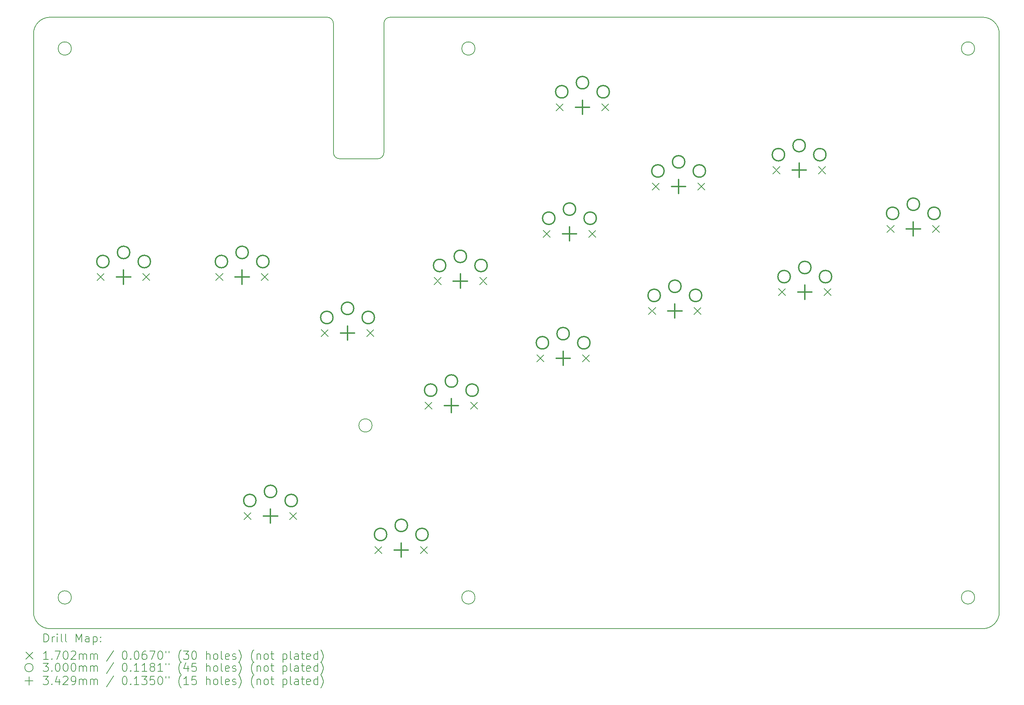
<source format=gbr>
%TF.GenerationSoftware,KiCad,Pcbnew,7.0.9*%
%TF.CreationDate,2023-12-17T00:29:13+09:00*%
%TF.ProjectId,ergoSHIFT-rev1-kicad,6572676f-5348-4494-9654-2d726576312d,rev.1*%
%TF.SameCoordinates,Original*%
%TF.FileFunction,Drillmap*%
%TF.FilePolarity,Positive*%
%FSLAX45Y45*%
G04 Gerber Fmt 4.5, Leading zero omitted, Abs format (unit mm)*
G04 Created by KiCad (PCBNEW 7.0.9) date 2023-12-17 00:29:13*
%MOMM*%
%LPD*%
G01*
G04 APERTURE LIST*
%ADD10C,0.200000*%
%ADD11C,0.170180*%
%ADD12C,0.300000*%
%ADD13C,0.342900*%
G04 APERTURE END LIST*
D10*
X13460000Y-5150000D02*
X13460000Y-8268000D01*
X13610000Y-5000000D02*
G75*
G03*
X13460000Y-5150000I0J-150000D01*
G01*
X15660000Y-19012000D02*
G75*
G03*
X15660000Y-19012000I-160000J0D01*
G01*
X5915000Y-5755000D02*
G75*
G03*
X5915000Y-5755000I-160000J0D01*
G01*
X27917000Y-19767000D02*
G75*
G03*
X28317000Y-19367000I0J400000D01*
G01*
X5000000Y-5400000D02*
X5000000Y-19367000D01*
X12240000Y-5150000D02*
X12240000Y-8268000D01*
X12390000Y-8418000D02*
X13310000Y-8418000D01*
X12240000Y-5150000D02*
G75*
G03*
X12090000Y-5000000I-150000J0D01*
G01*
X5400000Y-5000000D02*
X12090000Y-5000000D01*
X13610000Y-5000000D02*
X27917000Y-5000000D01*
X27722000Y-5755000D02*
G75*
G03*
X27722000Y-5755000I-160000J0D01*
G01*
X27722000Y-19012000D02*
G75*
G03*
X27722000Y-19012000I-160000J0D01*
G01*
X5400000Y-5000000D02*
G75*
G03*
X5000000Y-5400000I0J-400000D01*
G01*
X13310000Y-8418000D02*
G75*
G03*
X13460000Y-8268000I0J150000D01*
G01*
X5915000Y-19012000D02*
G75*
G03*
X5915000Y-19012000I-160000J0D01*
G01*
X5000000Y-19367000D02*
G75*
G03*
X5400000Y-19767000I400000J0D01*
G01*
X12240000Y-8268000D02*
G75*
G03*
X12390000Y-8418000I150000J0D01*
G01*
X13174000Y-14858000D02*
G75*
G03*
X13174000Y-14858000I-160000J0D01*
G01*
X5400000Y-19767000D02*
X27917000Y-19767000D01*
X28317000Y-5400000D02*
X28317000Y-19367000D01*
X15660000Y-5755000D02*
G75*
G03*
X15660000Y-5755000I-160000J0D01*
G01*
X28317000Y-5400000D02*
G75*
G03*
X27917000Y-5000000I-400000J0D01*
G01*
D11*
X6539910Y-11189910D02*
X6710090Y-11360090D01*
X6710090Y-11189910D02*
X6539910Y-11360090D01*
X7639910Y-11189910D02*
X7810090Y-11360090D01*
X7810090Y-11189910D02*
X7639910Y-11360090D01*
X9401910Y-11189910D02*
X9572090Y-11360090D01*
X9572090Y-11189910D02*
X9401910Y-11360090D01*
X10086910Y-16961910D02*
X10257090Y-17132090D01*
X10257090Y-16961910D02*
X10086910Y-17132090D01*
X10501910Y-11189910D02*
X10672090Y-11360090D01*
X10672090Y-11189910D02*
X10501910Y-11360090D01*
X11186910Y-16961910D02*
X11357090Y-17132090D01*
X11357090Y-16961910D02*
X11186910Y-17132090D01*
X11946910Y-12540910D02*
X12117090Y-12711090D01*
X12117090Y-12540910D02*
X11946910Y-12711090D01*
X13046910Y-12540910D02*
X13217090Y-12711090D01*
X13217090Y-12540910D02*
X13046910Y-12711090D01*
X13243910Y-17781910D02*
X13414090Y-17952090D01*
X13414090Y-17781910D02*
X13243910Y-17952090D01*
X14343910Y-17781910D02*
X14514090Y-17952090D01*
X14514090Y-17781910D02*
X14343910Y-17952090D01*
X14453910Y-14295910D02*
X14624090Y-14466090D01*
X14624090Y-14295910D02*
X14453910Y-14466090D01*
X14669910Y-11284910D02*
X14840090Y-11455090D01*
X14840090Y-11284910D02*
X14669910Y-11455090D01*
X15553910Y-14295910D02*
X15724090Y-14466090D01*
X15724090Y-14295910D02*
X15553910Y-14466090D01*
X15769910Y-11284910D02*
X15940090Y-11455090D01*
X15940090Y-11284910D02*
X15769910Y-11455090D01*
X17151910Y-13151910D02*
X17322090Y-13322090D01*
X17322090Y-13151910D02*
X17151910Y-13322090D01*
X17304910Y-10143910D02*
X17475090Y-10314090D01*
X17475090Y-10143910D02*
X17304910Y-10314090D01*
X17618910Y-7089910D02*
X17789090Y-7260090D01*
X17789090Y-7089910D02*
X17618910Y-7260090D01*
X18251910Y-13151910D02*
X18422090Y-13322090D01*
X18422090Y-13151910D02*
X18251910Y-13322090D01*
X18404910Y-10143910D02*
X18575090Y-10314090D01*
X18575090Y-10143910D02*
X18404910Y-10314090D01*
X18718910Y-7089910D02*
X18889090Y-7260090D01*
X18889090Y-7089910D02*
X18718910Y-7260090D01*
X19849910Y-12007910D02*
X20020090Y-12178090D01*
X20020090Y-12007910D02*
X19849910Y-12178090D01*
X19939910Y-9002910D02*
X20110090Y-9173090D01*
X20110090Y-9002910D02*
X19939910Y-9173090D01*
X20949910Y-12007910D02*
X21120090Y-12178090D01*
X21120090Y-12007910D02*
X20949910Y-12178090D01*
X21039910Y-9002910D02*
X21210090Y-9173090D01*
X21210090Y-9002910D02*
X21039910Y-9173090D01*
X22849910Y-8608910D02*
X23020090Y-8779090D01*
X23020090Y-8608910D02*
X22849910Y-8779090D01*
X22986910Y-11553910D02*
X23157090Y-11724090D01*
X23157090Y-11553910D02*
X22986910Y-11724090D01*
X23949910Y-8608910D02*
X24120090Y-8779090D01*
X24120090Y-8608910D02*
X23949910Y-8779090D01*
X24086910Y-11553910D02*
X24257090Y-11724090D01*
X24257090Y-11553910D02*
X24086910Y-11724090D01*
X25606910Y-10025910D02*
X25777090Y-10196090D01*
X25777090Y-10025910D02*
X25606910Y-10196090D01*
X26706910Y-10025910D02*
X26877090Y-10196090D01*
X26877090Y-10025910D02*
X26706910Y-10196090D01*
D12*
X6825000Y-10900000D02*
G75*
G03*
X6825000Y-10900000I-150000J0D01*
G01*
X7325000Y-10680000D02*
G75*
G03*
X7325000Y-10680000I-150000J0D01*
G01*
X7825000Y-10900000D02*
G75*
G03*
X7825000Y-10900000I-150000J0D01*
G01*
X9687000Y-10900000D02*
G75*
G03*
X9687000Y-10900000I-150000J0D01*
G01*
X10187000Y-10680000D02*
G75*
G03*
X10187000Y-10680000I-150000J0D01*
G01*
X10372000Y-16672000D02*
G75*
G03*
X10372000Y-16672000I-150000J0D01*
G01*
X10687000Y-10900000D02*
G75*
G03*
X10687000Y-10900000I-150000J0D01*
G01*
X10872000Y-16452000D02*
G75*
G03*
X10872000Y-16452000I-150000J0D01*
G01*
X11372000Y-16672000D02*
G75*
G03*
X11372000Y-16672000I-150000J0D01*
G01*
X12232000Y-12251000D02*
G75*
G03*
X12232000Y-12251000I-150000J0D01*
G01*
X12732000Y-12031000D02*
G75*
G03*
X12732000Y-12031000I-150000J0D01*
G01*
X13232000Y-12251000D02*
G75*
G03*
X13232000Y-12251000I-150000J0D01*
G01*
X13529000Y-17492000D02*
G75*
G03*
X13529000Y-17492000I-150000J0D01*
G01*
X14029000Y-17272000D02*
G75*
G03*
X14029000Y-17272000I-150000J0D01*
G01*
X14529000Y-17492000D02*
G75*
G03*
X14529000Y-17492000I-150000J0D01*
G01*
X14739000Y-14006000D02*
G75*
G03*
X14739000Y-14006000I-150000J0D01*
G01*
X14955000Y-10995000D02*
G75*
G03*
X14955000Y-10995000I-150000J0D01*
G01*
X15239000Y-13786000D02*
G75*
G03*
X15239000Y-13786000I-150000J0D01*
G01*
X15455000Y-10775000D02*
G75*
G03*
X15455000Y-10775000I-150000J0D01*
G01*
X15739000Y-14006000D02*
G75*
G03*
X15739000Y-14006000I-150000J0D01*
G01*
X15955000Y-10995000D02*
G75*
G03*
X15955000Y-10995000I-150000J0D01*
G01*
X17437000Y-12862000D02*
G75*
G03*
X17437000Y-12862000I-150000J0D01*
G01*
X17590000Y-9854000D02*
G75*
G03*
X17590000Y-9854000I-150000J0D01*
G01*
X17904000Y-6800000D02*
G75*
G03*
X17904000Y-6800000I-150000J0D01*
G01*
X17937000Y-12642000D02*
G75*
G03*
X17937000Y-12642000I-150000J0D01*
G01*
X18090000Y-9634000D02*
G75*
G03*
X18090000Y-9634000I-150000J0D01*
G01*
X18404000Y-6580000D02*
G75*
G03*
X18404000Y-6580000I-150000J0D01*
G01*
X18437000Y-12862000D02*
G75*
G03*
X18437000Y-12862000I-150000J0D01*
G01*
X18590000Y-9854000D02*
G75*
G03*
X18590000Y-9854000I-150000J0D01*
G01*
X18904000Y-6800000D02*
G75*
G03*
X18904000Y-6800000I-150000J0D01*
G01*
X20135000Y-11718000D02*
G75*
G03*
X20135000Y-11718000I-150000J0D01*
G01*
X20225000Y-8713000D02*
G75*
G03*
X20225000Y-8713000I-150000J0D01*
G01*
X20635000Y-11498000D02*
G75*
G03*
X20635000Y-11498000I-150000J0D01*
G01*
X20725000Y-8493000D02*
G75*
G03*
X20725000Y-8493000I-150000J0D01*
G01*
X21135000Y-11718000D02*
G75*
G03*
X21135000Y-11718000I-150000J0D01*
G01*
X21225000Y-8713000D02*
G75*
G03*
X21225000Y-8713000I-150000J0D01*
G01*
X23135000Y-8319000D02*
G75*
G03*
X23135000Y-8319000I-150000J0D01*
G01*
X23272000Y-11264000D02*
G75*
G03*
X23272000Y-11264000I-150000J0D01*
G01*
X23635000Y-8099000D02*
G75*
G03*
X23635000Y-8099000I-150000J0D01*
G01*
X23772000Y-11044000D02*
G75*
G03*
X23772000Y-11044000I-150000J0D01*
G01*
X24135000Y-8319000D02*
G75*
G03*
X24135000Y-8319000I-150000J0D01*
G01*
X24272000Y-11264000D02*
G75*
G03*
X24272000Y-11264000I-150000J0D01*
G01*
X25892000Y-9736000D02*
G75*
G03*
X25892000Y-9736000I-150000J0D01*
G01*
X26392000Y-9516000D02*
G75*
G03*
X26392000Y-9516000I-150000J0D01*
G01*
X26892000Y-9736000D02*
G75*
G03*
X26892000Y-9736000I-150000J0D01*
G01*
D13*
X7175000Y-11103550D02*
X7175000Y-11446450D01*
X7003550Y-11275000D02*
X7346450Y-11275000D01*
X10037000Y-11103550D02*
X10037000Y-11446450D01*
X9865550Y-11275000D02*
X10208450Y-11275000D01*
X10722000Y-16875550D02*
X10722000Y-17218450D01*
X10550550Y-17047000D02*
X10893450Y-17047000D01*
X12582000Y-12454550D02*
X12582000Y-12797450D01*
X12410550Y-12626000D02*
X12753450Y-12626000D01*
X13879000Y-17695550D02*
X13879000Y-18038450D01*
X13707550Y-17867000D02*
X14050450Y-17867000D01*
X15089000Y-14209550D02*
X15089000Y-14552450D01*
X14917550Y-14381000D02*
X15260450Y-14381000D01*
X15305000Y-11198550D02*
X15305000Y-11541450D01*
X15133550Y-11370000D02*
X15476450Y-11370000D01*
X17787000Y-13065550D02*
X17787000Y-13408450D01*
X17615550Y-13237000D02*
X17958450Y-13237000D01*
X17940000Y-10057550D02*
X17940000Y-10400450D01*
X17768550Y-10229000D02*
X18111450Y-10229000D01*
X18254000Y-7003550D02*
X18254000Y-7346450D01*
X18082550Y-7175000D02*
X18425450Y-7175000D01*
X20485000Y-11921550D02*
X20485000Y-12264450D01*
X20313550Y-12093000D02*
X20656450Y-12093000D01*
X20575000Y-8916550D02*
X20575000Y-9259450D01*
X20403550Y-9088000D02*
X20746450Y-9088000D01*
X23485000Y-8522550D02*
X23485000Y-8865450D01*
X23313550Y-8694000D02*
X23656450Y-8694000D01*
X23622000Y-11467550D02*
X23622000Y-11810450D01*
X23450550Y-11639000D02*
X23793450Y-11639000D01*
X26242000Y-9939550D02*
X26242000Y-10282450D01*
X26070550Y-10111000D02*
X26413450Y-10111000D01*
D10*
X5250777Y-20088484D02*
X5250777Y-19888484D01*
X5250777Y-19888484D02*
X5298396Y-19888484D01*
X5298396Y-19888484D02*
X5326967Y-19898008D01*
X5326967Y-19898008D02*
X5346015Y-19917055D01*
X5346015Y-19917055D02*
X5355539Y-19936103D01*
X5355539Y-19936103D02*
X5365063Y-19974198D01*
X5365063Y-19974198D02*
X5365063Y-20002770D01*
X5365063Y-20002770D02*
X5355539Y-20040865D01*
X5355539Y-20040865D02*
X5346015Y-20059912D01*
X5346015Y-20059912D02*
X5326967Y-20078960D01*
X5326967Y-20078960D02*
X5298396Y-20088484D01*
X5298396Y-20088484D02*
X5250777Y-20088484D01*
X5450777Y-20088484D02*
X5450777Y-19955150D01*
X5450777Y-19993246D02*
X5460301Y-19974198D01*
X5460301Y-19974198D02*
X5469824Y-19964674D01*
X5469824Y-19964674D02*
X5488872Y-19955150D01*
X5488872Y-19955150D02*
X5507920Y-19955150D01*
X5574586Y-20088484D02*
X5574586Y-19955150D01*
X5574586Y-19888484D02*
X5565063Y-19898008D01*
X5565063Y-19898008D02*
X5574586Y-19907531D01*
X5574586Y-19907531D02*
X5584110Y-19898008D01*
X5584110Y-19898008D02*
X5574586Y-19888484D01*
X5574586Y-19888484D02*
X5574586Y-19907531D01*
X5698396Y-20088484D02*
X5679348Y-20078960D01*
X5679348Y-20078960D02*
X5669824Y-20059912D01*
X5669824Y-20059912D02*
X5669824Y-19888484D01*
X5803158Y-20088484D02*
X5784110Y-20078960D01*
X5784110Y-20078960D02*
X5774586Y-20059912D01*
X5774586Y-20059912D02*
X5774586Y-19888484D01*
X6031729Y-20088484D02*
X6031729Y-19888484D01*
X6031729Y-19888484D02*
X6098396Y-20031341D01*
X6098396Y-20031341D02*
X6165062Y-19888484D01*
X6165062Y-19888484D02*
X6165062Y-20088484D01*
X6346015Y-20088484D02*
X6346015Y-19983722D01*
X6346015Y-19983722D02*
X6336491Y-19964674D01*
X6336491Y-19964674D02*
X6317443Y-19955150D01*
X6317443Y-19955150D02*
X6279348Y-19955150D01*
X6279348Y-19955150D02*
X6260301Y-19964674D01*
X6346015Y-20078960D02*
X6326967Y-20088484D01*
X6326967Y-20088484D02*
X6279348Y-20088484D01*
X6279348Y-20088484D02*
X6260301Y-20078960D01*
X6260301Y-20078960D02*
X6250777Y-20059912D01*
X6250777Y-20059912D02*
X6250777Y-20040865D01*
X6250777Y-20040865D02*
X6260301Y-20021817D01*
X6260301Y-20021817D02*
X6279348Y-20012293D01*
X6279348Y-20012293D02*
X6326967Y-20012293D01*
X6326967Y-20012293D02*
X6346015Y-20002770D01*
X6441253Y-19955150D02*
X6441253Y-20155150D01*
X6441253Y-19964674D02*
X6460301Y-19955150D01*
X6460301Y-19955150D02*
X6498396Y-19955150D01*
X6498396Y-19955150D02*
X6517443Y-19964674D01*
X6517443Y-19964674D02*
X6526967Y-19974198D01*
X6526967Y-19974198D02*
X6536491Y-19993246D01*
X6536491Y-19993246D02*
X6536491Y-20050389D01*
X6536491Y-20050389D02*
X6526967Y-20069436D01*
X6526967Y-20069436D02*
X6517443Y-20078960D01*
X6517443Y-20078960D02*
X6498396Y-20088484D01*
X6498396Y-20088484D02*
X6460301Y-20088484D01*
X6460301Y-20088484D02*
X6441253Y-20078960D01*
X6622205Y-20069436D02*
X6631729Y-20078960D01*
X6631729Y-20078960D02*
X6622205Y-20088484D01*
X6622205Y-20088484D02*
X6612682Y-20078960D01*
X6612682Y-20078960D02*
X6622205Y-20069436D01*
X6622205Y-20069436D02*
X6622205Y-20088484D01*
X6622205Y-19964674D02*
X6631729Y-19974198D01*
X6631729Y-19974198D02*
X6622205Y-19983722D01*
X6622205Y-19983722D02*
X6612682Y-19974198D01*
X6612682Y-19974198D02*
X6622205Y-19964674D01*
X6622205Y-19964674D02*
X6622205Y-19983722D01*
D11*
X4819820Y-20331910D02*
X4990000Y-20502090D01*
X4990000Y-20331910D02*
X4819820Y-20502090D01*
D10*
X5355539Y-20508484D02*
X5241253Y-20508484D01*
X5298396Y-20508484D02*
X5298396Y-20308484D01*
X5298396Y-20308484D02*
X5279348Y-20337055D01*
X5279348Y-20337055D02*
X5260301Y-20356103D01*
X5260301Y-20356103D02*
X5241253Y-20365627D01*
X5441253Y-20489436D02*
X5450777Y-20498960D01*
X5450777Y-20498960D02*
X5441253Y-20508484D01*
X5441253Y-20508484D02*
X5431729Y-20498960D01*
X5431729Y-20498960D02*
X5441253Y-20489436D01*
X5441253Y-20489436D02*
X5441253Y-20508484D01*
X5517444Y-20308484D02*
X5650777Y-20308484D01*
X5650777Y-20308484D02*
X5565063Y-20508484D01*
X5765062Y-20308484D02*
X5784110Y-20308484D01*
X5784110Y-20308484D02*
X5803158Y-20318008D01*
X5803158Y-20318008D02*
X5812682Y-20327531D01*
X5812682Y-20327531D02*
X5822205Y-20346579D01*
X5822205Y-20346579D02*
X5831729Y-20384674D01*
X5831729Y-20384674D02*
X5831729Y-20432293D01*
X5831729Y-20432293D02*
X5822205Y-20470389D01*
X5822205Y-20470389D02*
X5812682Y-20489436D01*
X5812682Y-20489436D02*
X5803158Y-20498960D01*
X5803158Y-20498960D02*
X5784110Y-20508484D01*
X5784110Y-20508484D02*
X5765062Y-20508484D01*
X5765062Y-20508484D02*
X5746015Y-20498960D01*
X5746015Y-20498960D02*
X5736491Y-20489436D01*
X5736491Y-20489436D02*
X5726967Y-20470389D01*
X5726967Y-20470389D02*
X5717443Y-20432293D01*
X5717443Y-20432293D02*
X5717443Y-20384674D01*
X5717443Y-20384674D02*
X5726967Y-20346579D01*
X5726967Y-20346579D02*
X5736491Y-20327531D01*
X5736491Y-20327531D02*
X5746015Y-20318008D01*
X5746015Y-20318008D02*
X5765062Y-20308484D01*
X5907920Y-20327531D02*
X5917443Y-20318008D01*
X5917443Y-20318008D02*
X5936491Y-20308484D01*
X5936491Y-20308484D02*
X5984110Y-20308484D01*
X5984110Y-20308484D02*
X6003158Y-20318008D01*
X6003158Y-20318008D02*
X6012682Y-20327531D01*
X6012682Y-20327531D02*
X6022205Y-20346579D01*
X6022205Y-20346579D02*
X6022205Y-20365627D01*
X6022205Y-20365627D02*
X6012682Y-20394198D01*
X6012682Y-20394198D02*
X5898396Y-20508484D01*
X5898396Y-20508484D02*
X6022205Y-20508484D01*
X6107920Y-20508484D02*
X6107920Y-20375150D01*
X6107920Y-20394198D02*
X6117443Y-20384674D01*
X6117443Y-20384674D02*
X6136491Y-20375150D01*
X6136491Y-20375150D02*
X6165063Y-20375150D01*
X6165063Y-20375150D02*
X6184110Y-20384674D01*
X6184110Y-20384674D02*
X6193634Y-20403722D01*
X6193634Y-20403722D02*
X6193634Y-20508484D01*
X6193634Y-20403722D02*
X6203158Y-20384674D01*
X6203158Y-20384674D02*
X6222205Y-20375150D01*
X6222205Y-20375150D02*
X6250777Y-20375150D01*
X6250777Y-20375150D02*
X6269824Y-20384674D01*
X6269824Y-20384674D02*
X6279348Y-20403722D01*
X6279348Y-20403722D02*
X6279348Y-20508484D01*
X6374586Y-20508484D02*
X6374586Y-20375150D01*
X6374586Y-20394198D02*
X6384110Y-20384674D01*
X6384110Y-20384674D02*
X6403158Y-20375150D01*
X6403158Y-20375150D02*
X6431729Y-20375150D01*
X6431729Y-20375150D02*
X6450777Y-20384674D01*
X6450777Y-20384674D02*
X6460301Y-20403722D01*
X6460301Y-20403722D02*
X6460301Y-20508484D01*
X6460301Y-20403722D02*
X6469824Y-20384674D01*
X6469824Y-20384674D02*
X6488872Y-20375150D01*
X6488872Y-20375150D02*
X6517443Y-20375150D01*
X6517443Y-20375150D02*
X6536491Y-20384674D01*
X6536491Y-20384674D02*
X6546015Y-20403722D01*
X6546015Y-20403722D02*
X6546015Y-20508484D01*
X6936491Y-20298960D02*
X6765063Y-20556103D01*
X7193634Y-20308484D02*
X7212682Y-20308484D01*
X7212682Y-20308484D02*
X7231729Y-20318008D01*
X7231729Y-20318008D02*
X7241253Y-20327531D01*
X7241253Y-20327531D02*
X7250777Y-20346579D01*
X7250777Y-20346579D02*
X7260301Y-20384674D01*
X7260301Y-20384674D02*
X7260301Y-20432293D01*
X7260301Y-20432293D02*
X7250777Y-20470389D01*
X7250777Y-20470389D02*
X7241253Y-20489436D01*
X7241253Y-20489436D02*
X7231729Y-20498960D01*
X7231729Y-20498960D02*
X7212682Y-20508484D01*
X7212682Y-20508484D02*
X7193634Y-20508484D01*
X7193634Y-20508484D02*
X7174586Y-20498960D01*
X7174586Y-20498960D02*
X7165063Y-20489436D01*
X7165063Y-20489436D02*
X7155539Y-20470389D01*
X7155539Y-20470389D02*
X7146015Y-20432293D01*
X7146015Y-20432293D02*
X7146015Y-20384674D01*
X7146015Y-20384674D02*
X7155539Y-20346579D01*
X7155539Y-20346579D02*
X7165063Y-20327531D01*
X7165063Y-20327531D02*
X7174586Y-20318008D01*
X7174586Y-20318008D02*
X7193634Y-20308484D01*
X7346015Y-20489436D02*
X7355539Y-20498960D01*
X7355539Y-20498960D02*
X7346015Y-20508484D01*
X7346015Y-20508484D02*
X7336491Y-20498960D01*
X7336491Y-20498960D02*
X7346015Y-20489436D01*
X7346015Y-20489436D02*
X7346015Y-20508484D01*
X7479348Y-20308484D02*
X7498396Y-20308484D01*
X7498396Y-20308484D02*
X7517444Y-20318008D01*
X7517444Y-20318008D02*
X7526967Y-20327531D01*
X7526967Y-20327531D02*
X7536491Y-20346579D01*
X7536491Y-20346579D02*
X7546015Y-20384674D01*
X7546015Y-20384674D02*
X7546015Y-20432293D01*
X7546015Y-20432293D02*
X7536491Y-20470389D01*
X7536491Y-20470389D02*
X7526967Y-20489436D01*
X7526967Y-20489436D02*
X7517444Y-20498960D01*
X7517444Y-20498960D02*
X7498396Y-20508484D01*
X7498396Y-20508484D02*
X7479348Y-20508484D01*
X7479348Y-20508484D02*
X7460301Y-20498960D01*
X7460301Y-20498960D02*
X7450777Y-20489436D01*
X7450777Y-20489436D02*
X7441253Y-20470389D01*
X7441253Y-20470389D02*
X7431729Y-20432293D01*
X7431729Y-20432293D02*
X7431729Y-20384674D01*
X7431729Y-20384674D02*
X7441253Y-20346579D01*
X7441253Y-20346579D02*
X7450777Y-20327531D01*
X7450777Y-20327531D02*
X7460301Y-20318008D01*
X7460301Y-20318008D02*
X7479348Y-20308484D01*
X7717444Y-20308484D02*
X7679348Y-20308484D01*
X7679348Y-20308484D02*
X7660301Y-20318008D01*
X7660301Y-20318008D02*
X7650777Y-20327531D01*
X7650777Y-20327531D02*
X7631729Y-20356103D01*
X7631729Y-20356103D02*
X7622206Y-20394198D01*
X7622206Y-20394198D02*
X7622206Y-20470389D01*
X7622206Y-20470389D02*
X7631729Y-20489436D01*
X7631729Y-20489436D02*
X7641253Y-20498960D01*
X7641253Y-20498960D02*
X7660301Y-20508484D01*
X7660301Y-20508484D02*
X7698396Y-20508484D01*
X7698396Y-20508484D02*
X7717444Y-20498960D01*
X7717444Y-20498960D02*
X7726967Y-20489436D01*
X7726967Y-20489436D02*
X7736491Y-20470389D01*
X7736491Y-20470389D02*
X7736491Y-20422770D01*
X7736491Y-20422770D02*
X7726967Y-20403722D01*
X7726967Y-20403722D02*
X7717444Y-20394198D01*
X7717444Y-20394198D02*
X7698396Y-20384674D01*
X7698396Y-20384674D02*
X7660301Y-20384674D01*
X7660301Y-20384674D02*
X7641253Y-20394198D01*
X7641253Y-20394198D02*
X7631729Y-20403722D01*
X7631729Y-20403722D02*
X7622206Y-20422770D01*
X7803158Y-20308484D02*
X7936491Y-20308484D01*
X7936491Y-20308484D02*
X7850777Y-20508484D01*
X8050777Y-20308484D02*
X8069825Y-20308484D01*
X8069825Y-20308484D02*
X8088872Y-20318008D01*
X8088872Y-20318008D02*
X8098396Y-20327531D01*
X8098396Y-20327531D02*
X8107920Y-20346579D01*
X8107920Y-20346579D02*
X8117444Y-20384674D01*
X8117444Y-20384674D02*
X8117444Y-20432293D01*
X8117444Y-20432293D02*
X8107920Y-20470389D01*
X8107920Y-20470389D02*
X8098396Y-20489436D01*
X8098396Y-20489436D02*
X8088872Y-20498960D01*
X8088872Y-20498960D02*
X8069825Y-20508484D01*
X8069825Y-20508484D02*
X8050777Y-20508484D01*
X8050777Y-20508484D02*
X8031729Y-20498960D01*
X8031729Y-20498960D02*
X8022206Y-20489436D01*
X8022206Y-20489436D02*
X8012682Y-20470389D01*
X8012682Y-20470389D02*
X8003158Y-20432293D01*
X8003158Y-20432293D02*
X8003158Y-20384674D01*
X8003158Y-20384674D02*
X8012682Y-20346579D01*
X8012682Y-20346579D02*
X8022206Y-20327531D01*
X8022206Y-20327531D02*
X8031729Y-20318008D01*
X8031729Y-20318008D02*
X8050777Y-20308484D01*
X8193634Y-20308484D02*
X8193634Y-20346579D01*
X8269825Y-20308484D02*
X8269825Y-20346579D01*
X8565063Y-20584674D02*
X8555539Y-20575150D01*
X8555539Y-20575150D02*
X8536491Y-20546579D01*
X8536491Y-20546579D02*
X8526968Y-20527531D01*
X8526968Y-20527531D02*
X8517444Y-20498960D01*
X8517444Y-20498960D02*
X8507920Y-20451341D01*
X8507920Y-20451341D02*
X8507920Y-20413246D01*
X8507920Y-20413246D02*
X8517444Y-20365627D01*
X8517444Y-20365627D02*
X8526968Y-20337055D01*
X8526968Y-20337055D02*
X8536491Y-20318008D01*
X8536491Y-20318008D02*
X8555539Y-20289436D01*
X8555539Y-20289436D02*
X8565063Y-20279912D01*
X8622206Y-20308484D02*
X8746015Y-20308484D01*
X8746015Y-20308484D02*
X8679349Y-20384674D01*
X8679349Y-20384674D02*
X8707920Y-20384674D01*
X8707920Y-20384674D02*
X8726968Y-20394198D01*
X8726968Y-20394198D02*
X8736491Y-20403722D01*
X8736491Y-20403722D02*
X8746015Y-20422770D01*
X8746015Y-20422770D02*
X8746015Y-20470389D01*
X8746015Y-20470389D02*
X8736491Y-20489436D01*
X8736491Y-20489436D02*
X8726968Y-20498960D01*
X8726968Y-20498960D02*
X8707920Y-20508484D01*
X8707920Y-20508484D02*
X8650777Y-20508484D01*
X8650777Y-20508484D02*
X8631730Y-20498960D01*
X8631730Y-20498960D02*
X8622206Y-20489436D01*
X8869825Y-20308484D02*
X8888872Y-20308484D01*
X8888872Y-20308484D02*
X8907920Y-20318008D01*
X8907920Y-20318008D02*
X8917444Y-20327531D01*
X8917444Y-20327531D02*
X8926968Y-20346579D01*
X8926968Y-20346579D02*
X8936491Y-20384674D01*
X8936491Y-20384674D02*
X8936491Y-20432293D01*
X8936491Y-20432293D02*
X8926968Y-20470389D01*
X8926968Y-20470389D02*
X8917444Y-20489436D01*
X8917444Y-20489436D02*
X8907920Y-20498960D01*
X8907920Y-20498960D02*
X8888872Y-20508484D01*
X8888872Y-20508484D02*
X8869825Y-20508484D01*
X8869825Y-20508484D02*
X8850777Y-20498960D01*
X8850777Y-20498960D02*
X8841253Y-20489436D01*
X8841253Y-20489436D02*
X8831730Y-20470389D01*
X8831730Y-20470389D02*
X8822206Y-20432293D01*
X8822206Y-20432293D02*
X8822206Y-20384674D01*
X8822206Y-20384674D02*
X8831730Y-20346579D01*
X8831730Y-20346579D02*
X8841253Y-20327531D01*
X8841253Y-20327531D02*
X8850777Y-20318008D01*
X8850777Y-20318008D02*
X8869825Y-20308484D01*
X9174587Y-20508484D02*
X9174587Y-20308484D01*
X9260301Y-20508484D02*
X9260301Y-20403722D01*
X9260301Y-20403722D02*
X9250777Y-20384674D01*
X9250777Y-20384674D02*
X9231730Y-20375150D01*
X9231730Y-20375150D02*
X9203158Y-20375150D01*
X9203158Y-20375150D02*
X9184111Y-20384674D01*
X9184111Y-20384674D02*
X9174587Y-20394198D01*
X9384111Y-20508484D02*
X9365063Y-20498960D01*
X9365063Y-20498960D02*
X9355539Y-20489436D01*
X9355539Y-20489436D02*
X9346015Y-20470389D01*
X9346015Y-20470389D02*
X9346015Y-20413246D01*
X9346015Y-20413246D02*
X9355539Y-20394198D01*
X9355539Y-20394198D02*
X9365063Y-20384674D01*
X9365063Y-20384674D02*
X9384111Y-20375150D01*
X9384111Y-20375150D02*
X9412682Y-20375150D01*
X9412682Y-20375150D02*
X9431730Y-20384674D01*
X9431730Y-20384674D02*
X9441253Y-20394198D01*
X9441253Y-20394198D02*
X9450777Y-20413246D01*
X9450777Y-20413246D02*
X9450777Y-20470389D01*
X9450777Y-20470389D02*
X9441253Y-20489436D01*
X9441253Y-20489436D02*
X9431730Y-20498960D01*
X9431730Y-20498960D02*
X9412682Y-20508484D01*
X9412682Y-20508484D02*
X9384111Y-20508484D01*
X9565063Y-20508484D02*
X9546015Y-20498960D01*
X9546015Y-20498960D02*
X9536492Y-20479912D01*
X9536492Y-20479912D02*
X9536492Y-20308484D01*
X9717444Y-20498960D02*
X9698396Y-20508484D01*
X9698396Y-20508484D02*
X9660301Y-20508484D01*
X9660301Y-20508484D02*
X9641253Y-20498960D01*
X9641253Y-20498960D02*
X9631730Y-20479912D01*
X9631730Y-20479912D02*
X9631730Y-20403722D01*
X9631730Y-20403722D02*
X9641253Y-20384674D01*
X9641253Y-20384674D02*
X9660301Y-20375150D01*
X9660301Y-20375150D02*
X9698396Y-20375150D01*
X9698396Y-20375150D02*
X9717444Y-20384674D01*
X9717444Y-20384674D02*
X9726968Y-20403722D01*
X9726968Y-20403722D02*
X9726968Y-20422770D01*
X9726968Y-20422770D02*
X9631730Y-20441817D01*
X9803158Y-20498960D02*
X9822206Y-20508484D01*
X9822206Y-20508484D02*
X9860301Y-20508484D01*
X9860301Y-20508484D02*
X9879349Y-20498960D01*
X9879349Y-20498960D02*
X9888873Y-20479912D01*
X9888873Y-20479912D02*
X9888873Y-20470389D01*
X9888873Y-20470389D02*
X9879349Y-20451341D01*
X9879349Y-20451341D02*
X9860301Y-20441817D01*
X9860301Y-20441817D02*
X9831730Y-20441817D01*
X9831730Y-20441817D02*
X9812682Y-20432293D01*
X9812682Y-20432293D02*
X9803158Y-20413246D01*
X9803158Y-20413246D02*
X9803158Y-20403722D01*
X9803158Y-20403722D02*
X9812682Y-20384674D01*
X9812682Y-20384674D02*
X9831730Y-20375150D01*
X9831730Y-20375150D02*
X9860301Y-20375150D01*
X9860301Y-20375150D02*
X9879349Y-20384674D01*
X9955539Y-20584674D02*
X9965063Y-20575150D01*
X9965063Y-20575150D02*
X9984111Y-20546579D01*
X9984111Y-20546579D02*
X9993634Y-20527531D01*
X9993634Y-20527531D02*
X10003158Y-20498960D01*
X10003158Y-20498960D02*
X10012682Y-20451341D01*
X10012682Y-20451341D02*
X10012682Y-20413246D01*
X10012682Y-20413246D02*
X10003158Y-20365627D01*
X10003158Y-20365627D02*
X9993634Y-20337055D01*
X9993634Y-20337055D02*
X9984111Y-20318008D01*
X9984111Y-20318008D02*
X9965063Y-20289436D01*
X9965063Y-20289436D02*
X9955539Y-20279912D01*
X10317444Y-20584674D02*
X10307920Y-20575150D01*
X10307920Y-20575150D02*
X10288873Y-20546579D01*
X10288873Y-20546579D02*
X10279349Y-20527531D01*
X10279349Y-20527531D02*
X10269825Y-20498960D01*
X10269825Y-20498960D02*
X10260301Y-20451341D01*
X10260301Y-20451341D02*
X10260301Y-20413246D01*
X10260301Y-20413246D02*
X10269825Y-20365627D01*
X10269825Y-20365627D02*
X10279349Y-20337055D01*
X10279349Y-20337055D02*
X10288873Y-20318008D01*
X10288873Y-20318008D02*
X10307920Y-20289436D01*
X10307920Y-20289436D02*
X10317444Y-20279912D01*
X10393634Y-20375150D02*
X10393634Y-20508484D01*
X10393634Y-20394198D02*
X10403158Y-20384674D01*
X10403158Y-20384674D02*
X10422206Y-20375150D01*
X10422206Y-20375150D02*
X10450777Y-20375150D01*
X10450777Y-20375150D02*
X10469825Y-20384674D01*
X10469825Y-20384674D02*
X10479349Y-20403722D01*
X10479349Y-20403722D02*
X10479349Y-20508484D01*
X10603158Y-20508484D02*
X10584111Y-20498960D01*
X10584111Y-20498960D02*
X10574587Y-20489436D01*
X10574587Y-20489436D02*
X10565063Y-20470389D01*
X10565063Y-20470389D02*
X10565063Y-20413246D01*
X10565063Y-20413246D02*
X10574587Y-20394198D01*
X10574587Y-20394198D02*
X10584111Y-20384674D01*
X10584111Y-20384674D02*
X10603158Y-20375150D01*
X10603158Y-20375150D02*
X10631730Y-20375150D01*
X10631730Y-20375150D02*
X10650777Y-20384674D01*
X10650777Y-20384674D02*
X10660301Y-20394198D01*
X10660301Y-20394198D02*
X10669825Y-20413246D01*
X10669825Y-20413246D02*
X10669825Y-20470389D01*
X10669825Y-20470389D02*
X10660301Y-20489436D01*
X10660301Y-20489436D02*
X10650777Y-20498960D01*
X10650777Y-20498960D02*
X10631730Y-20508484D01*
X10631730Y-20508484D02*
X10603158Y-20508484D01*
X10726968Y-20375150D02*
X10803158Y-20375150D01*
X10755539Y-20308484D02*
X10755539Y-20479912D01*
X10755539Y-20479912D02*
X10765063Y-20498960D01*
X10765063Y-20498960D02*
X10784111Y-20508484D01*
X10784111Y-20508484D02*
X10803158Y-20508484D01*
X11022206Y-20375150D02*
X11022206Y-20575150D01*
X11022206Y-20384674D02*
X11041254Y-20375150D01*
X11041254Y-20375150D02*
X11079349Y-20375150D01*
X11079349Y-20375150D02*
X11098396Y-20384674D01*
X11098396Y-20384674D02*
X11107920Y-20394198D01*
X11107920Y-20394198D02*
X11117444Y-20413246D01*
X11117444Y-20413246D02*
X11117444Y-20470389D01*
X11117444Y-20470389D02*
X11107920Y-20489436D01*
X11107920Y-20489436D02*
X11098396Y-20498960D01*
X11098396Y-20498960D02*
X11079349Y-20508484D01*
X11079349Y-20508484D02*
X11041254Y-20508484D01*
X11041254Y-20508484D02*
X11022206Y-20498960D01*
X11231730Y-20508484D02*
X11212682Y-20498960D01*
X11212682Y-20498960D02*
X11203158Y-20479912D01*
X11203158Y-20479912D02*
X11203158Y-20308484D01*
X11393634Y-20508484D02*
X11393634Y-20403722D01*
X11393634Y-20403722D02*
X11384111Y-20384674D01*
X11384111Y-20384674D02*
X11365063Y-20375150D01*
X11365063Y-20375150D02*
X11326968Y-20375150D01*
X11326968Y-20375150D02*
X11307920Y-20384674D01*
X11393634Y-20498960D02*
X11374587Y-20508484D01*
X11374587Y-20508484D02*
X11326968Y-20508484D01*
X11326968Y-20508484D02*
X11307920Y-20498960D01*
X11307920Y-20498960D02*
X11298396Y-20479912D01*
X11298396Y-20479912D02*
X11298396Y-20460865D01*
X11298396Y-20460865D02*
X11307920Y-20441817D01*
X11307920Y-20441817D02*
X11326968Y-20432293D01*
X11326968Y-20432293D02*
X11374587Y-20432293D01*
X11374587Y-20432293D02*
X11393634Y-20422770D01*
X11460301Y-20375150D02*
X11536492Y-20375150D01*
X11488873Y-20308484D02*
X11488873Y-20479912D01*
X11488873Y-20479912D02*
X11498396Y-20498960D01*
X11498396Y-20498960D02*
X11517444Y-20508484D01*
X11517444Y-20508484D02*
X11536492Y-20508484D01*
X11679349Y-20498960D02*
X11660301Y-20508484D01*
X11660301Y-20508484D02*
X11622206Y-20508484D01*
X11622206Y-20508484D02*
X11603158Y-20498960D01*
X11603158Y-20498960D02*
X11593634Y-20479912D01*
X11593634Y-20479912D02*
X11593634Y-20403722D01*
X11593634Y-20403722D02*
X11603158Y-20384674D01*
X11603158Y-20384674D02*
X11622206Y-20375150D01*
X11622206Y-20375150D02*
X11660301Y-20375150D01*
X11660301Y-20375150D02*
X11679349Y-20384674D01*
X11679349Y-20384674D02*
X11688873Y-20403722D01*
X11688873Y-20403722D02*
X11688873Y-20422770D01*
X11688873Y-20422770D02*
X11593634Y-20441817D01*
X11860301Y-20508484D02*
X11860301Y-20308484D01*
X11860301Y-20498960D02*
X11841254Y-20508484D01*
X11841254Y-20508484D02*
X11803158Y-20508484D01*
X11803158Y-20508484D02*
X11784111Y-20498960D01*
X11784111Y-20498960D02*
X11774587Y-20489436D01*
X11774587Y-20489436D02*
X11765063Y-20470389D01*
X11765063Y-20470389D02*
X11765063Y-20413246D01*
X11765063Y-20413246D02*
X11774587Y-20394198D01*
X11774587Y-20394198D02*
X11784111Y-20384674D01*
X11784111Y-20384674D02*
X11803158Y-20375150D01*
X11803158Y-20375150D02*
X11841254Y-20375150D01*
X11841254Y-20375150D02*
X11860301Y-20384674D01*
X11936492Y-20584674D02*
X11946015Y-20575150D01*
X11946015Y-20575150D02*
X11965063Y-20546579D01*
X11965063Y-20546579D02*
X11974587Y-20527531D01*
X11974587Y-20527531D02*
X11984111Y-20498960D01*
X11984111Y-20498960D02*
X11993634Y-20451341D01*
X11993634Y-20451341D02*
X11993634Y-20413246D01*
X11993634Y-20413246D02*
X11984111Y-20365627D01*
X11984111Y-20365627D02*
X11974587Y-20337055D01*
X11974587Y-20337055D02*
X11965063Y-20318008D01*
X11965063Y-20318008D02*
X11946015Y-20289436D01*
X11946015Y-20289436D02*
X11936492Y-20279912D01*
X4990000Y-20707180D02*
G75*
G03*
X4990000Y-20707180I-100000J0D01*
G01*
X5231729Y-20598664D02*
X5355539Y-20598664D01*
X5355539Y-20598664D02*
X5288872Y-20674854D01*
X5288872Y-20674854D02*
X5317444Y-20674854D01*
X5317444Y-20674854D02*
X5336491Y-20684378D01*
X5336491Y-20684378D02*
X5346015Y-20693902D01*
X5346015Y-20693902D02*
X5355539Y-20712950D01*
X5355539Y-20712950D02*
X5355539Y-20760569D01*
X5355539Y-20760569D02*
X5346015Y-20779616D01*
X5346015Y-20779616D02*
X5336491Y-20789140D01*
X5336491Y-20789140D02*
X5317444Y-20798664D01*
X5317444Y-20798664D02*
X5260301Y-20798664D01*
X5260301Y-20798664D02*
X5241253Y-20789140D01*
X5241253Y-20789140D02*
X5231729Y-20779616D01*
X5441253Y-20779616D02*
X5450777Y-20789140D01*
X5450777Y-20789140D02*
X5441253Y-20798664D01*
X5441253Y-20798664D02*
X5431729Y-20789140D01*
X5431729Y-20789140D02*
X5441253Y-20779616D01*
X5441253Y-20779616D02*
X5441253Y-20798664D01*
X5574586Y-20598664D02*
X5593634Y-20598664D01*
X5593634Y-20598664D02*
X5612682Y-20608188D01*
X5612682Y-20608188D02*
X5622205Y-20617711D01*
X5622205Y-20617711D02*
X5631729Y-20636759D01*
X5631729Y-20636759D02*
X5641253Y-20674854D01*
X5641253Y-20674854D02*
X5641253Y-20722473D01*
X5641253Y-20722473D02*
X5631729Y-20760569D01*
X5631729Y-20760569D02*
X5622205Y-20779616D01*
X5622205Y-20779616D02*
X5612682Y-20789140D01*
X5612682Y-20789140D02*
X5593634Y-20798664D01*
X5593634Y-20798664D02*
X5574586Y-20798664D01*
X5574586Y-20798664D02*
X5555539Y-20789140D01*
X5555539Y-20789140D02*
X5546015Y-20779616D01*
X5546015Y-20779616D02*
X5536491Y-20760569D01*
X5536491Y-20760569D02*
X5526967Y-20722473D01*
X5526967Y-20722473D02*
X5526967Y-20674854D01*
X5526967Y-20674854D02*
X5536491Y-20636759D01*
X5536491Y-20636759D02*
X5546015Y-20617711D01*
X5546015Y-20617711D02*
X5555539Y-20608188D01*
X5555539Y-20608188D02*
X5574586Y-20598664D01*
X5765062Y-20598664D02*
X5784110Y-20598664D01*
X5784110Y-20598664D02*
X5803158Y-20608188D01*
X5803158Y-20608188D02*
X5812682Y-20617711D01*
X5812682Y-20617711D02*
X5822205Y-20636759D01*
X5822205Y-20636759D02*
X5831729Y-20674854D01*
X5831729Y-20674854D02*
X5831729Y-20722473D01*
X5831729Y-20722473D02*
X5822205Y-20760569D01*
X5822205Y-20760569D02*
X5812682Y-20779616D01*
X5812682Y-20779616D02*
X5803158Y-20789140D01*
X5803158Y-20789140D02*
X5784110Y-20798664D01*
X5784110Y-20798664D02*
X5765062Y-20798664D01*
X5765062Y-20798664D02*
X5746015Y-20789140D01*
X5746015Y-20789140D02*
X5736491Y-20779616D01*
X5736491Y-20779616D02*
X5726967Y-20760569D01*
X5726967Y-20760569D02*
X5717443Y-20722473D01*
X5717443Y-20722473D02*
X5717443Y-20674854D01*
X5717443Y-20674854D02*
X5726967Y-20636759D01*
X5726967Y-20636759D02*
X5736491Y-20617711D01*
X5736491Y-20617711D02*
X5746015Y-20608188D01*
X5746015Y-20608188D02*
X5765062Y-20598664D01*
X5955539Y-20598664D02*
X5974586Y-20598664D01*
X5974586Y-20598664D02*
X5993634Y-20608188D01*
X5993634Y-20608188D02*
X6003158Y-20617711D01*
X6003158Y-20617711D02*
X6012682Y-20636759D01*
X6012682Y-20636759D02*
X6022205Y-20674854D01*
X6022205Y-20674854D02*
X6022205Y-20722473D01*
X6022205Y-20722473D02*
X6012682Y-20760569D01*
X6012682Y-20760569D02*
X6003158Y-20779616D01*
X6003158Y-20779616D02*
X5993634Y-20789140D01*
X5993634Y-20789140D02*
X5974586Y-20798664D01*
X5974586Y-20798664D02*
X5955539Y-20798664D01*
X5955539Y-20798664D02*
X5936491Y-20789140D01*
X5936491Y-20789140D02*
X5926967Y-20779616D01*
X5926967Y-20779616D02*
X5917443Y-20760569D01*
X5917443Y-20760569D02*
X5907920Y-20722473D01*
X5907920Y-20722473D02*
X5907920Y-20674854D01*
X5907920Y-20674854D02*
X5917443Y-20636759D01*
X5917443Y-20636759D02*
X5926967Y-20617711D01*
X5926967Y-20617711D02*
X5936491Y-20608188D01*
X5936491Y-20608188D02*
X5955539Y-20598664D01*
X6107920Y-20798664D02*
X6107920Y-20665330D01*
X6107920Y-20684378D02*
X6117443Y-20674854D01*
X6117443Y-20674854D02*
X6136491Y-20665330D01*
X6136491Y-20665330D02*
X6165063Y-20665330D01*
X6165063Y-20665330D02*
X6184110Y-20674854D01*
X6184110Y-20674854D02*
X6193634Y-20693902D01*
X6193634Y-20693902D02*
X6193634Y-20798664D01*
X6193634Y-20693902D02*
X6203158Y-20674854D01*
X6203158Y-20674854D02*
X6222205Y-20665330D01*
X6222205Y-20665330D02*
X6250777Y-20665330D01*
X6250777Y-20665330D02*
X6269824Y-20674854D01*
X6269824Y-20674854D02*
X6279348Y-20693902D01*
X6279348Y-20693902D02*
X6279348Y-20798664D01*
X6374586Y-20798664D02*
X6374586Y-20665330D01*
X6374586Y-20684378D02*
X6384110Y-20674854D01*
X6384110Y-20674854D02*
X6403158Y-20665330D01*
X6403158Y-20665330D02*
X6431729Y-20665330D01*
X6431729Y-20665330D02*
X6450777Y-20674854D01*
X6450777Y-20674854D02*
X6460301Y-20693902D01*
X6460301Y-20693902D02*
X6460301Y-20798664D01*
X6460301Y-20693902D02*
X6469824Y-20674854D01*
X6469824Y-20674854D02*
X6488872Y-20665330D01*
X6488872Y-20665330D02*
X6517443Y-20665330D01*
X6517443Y-20665330D02*
X6536491Y-20674854D01*
X6536491Y-20674854D02*
X6546015Y-20693902D01*
X6546015Y-20693902D02*
X6546015Y-20798664D01*
X6936491Y-20589140D02*
X6765063Y-20846283D01*
X7193634Y-20598664D02*
X7212682Y-20598664D01*
X7212682Y-20598664D02*
X7231729Y-20608188D01*
X7231729Y-20608188D02*
X7241253Y-20617711D01*
X7241253Y-20617711D02*
X7250777Y-20636759D01*
X7250777Y-20636759D02*
X7260301Y-20674854D01*
X7260301Y-20674854D02*
X7260301Y-20722473D01*
X7260301Y-20722473D02*
X7250777Y-20760569D01*
X7250777Y-20760569D02*
X7241253Y-20779616D01*
X7241253Y-20779616D02*
X7231729Y-20789140D01*
X7231729Y-20789140D02*
X7212682Y-20798664D01*
X7212682Y-20798664D02*
X7193634Y-20798664D01*
X7193634Y-20798664D02*
X7174586Y-20789140D01*
X7174586Y-20789140D02*
X7165063Y-20779616D01*
X7165063Y-20779616D02*
X7155539Y-20760569D01*
X7155539Y-20760569D02*
X7146015Y-20722473D01*
X7146015Y-20722473D02*
X7146015Y-20674854D01*
X7146015Y-20674854D02*
X7155539Y-20636759D01*
X7155539Y-20636759D02*
X7165063Y-20617711D01*
X7165063Y-20617711D02*
X7174586Y-20608188D01*
X7174586Y-20608188D02*
X7193634Y-20598664D01*
X7346015Y-20779616D02*
X7355539Y-20789140D01*
X7355539Y-20789140D02*
X7346015Y-20798664D01*
X7346015Y-20798664D02*
X7336491Y-20789140D01*
X7336491Y-20789140D02*
X7346015Y-20779616D01*
X7346015Y-20779616D02*
X7346015Y-20798664D01*
X7546015Y-20798664D02*
X7431729Y-20798664D01*
X7488872Y-20798664D02*
X7488872Y-20598664D01*
X7488872Y-20598664D02*
X7469825Y-20627235D01*
X7469825Y-20627235D02*
X7450777Y-20646283D01*
X7450777Y-20646283D02*
X7431729Y-20655807D01*
X7736491Y-20798664D02*
X7622206Y-20798664D01*
X7679348Y-20798664D02*
X7679348Y-20598664D01*
X7679348Y-20598664D02*
X7660301Y-20627235D01*
X7660301Y-20627235D02*
X7641253Y-20646283D01*
X7641253Y-20646283D02*
X7622206Y-20655807D01*
X7850777Y-20684378D02*
X7831729Y-20674854D01*
X7831729Y-20674854D02*
X7822206Y-20665330D01*
X7822206Y-20665330D02*
X7812682Y-20646283D01*
X7812682Y-20646283D02*
X7812682Y-20636759D01*
X7812682Y-20636759D02*
X7822206Y-20617711D01*
X7822206Y-20617711D02*
X7831729Y-20608188D01*
X7831729Y-20608188D02*
X7850777Y-20598664D01*
X7850777Y-20598664D02*
X7888872Y-20598664D01*
X7888872Y-20598664D02*
X7907920Y-20608188D01*
X7907920Y-20608188D02*
X7917444Y-20617711D01*
X7917444Y-20617711D02*
X7926967Y-20636759D01*
X7926967Y-20636759D02*
X7926967Y-20646283D01*
X7926967Y-20646283D02*
X7917444Y-20665330D01*
X7917444Y-20665330D02*
X7907920Y-20674854D01*
X7907920Y-20674854D02*
X7888872Y-20684378D01*
X7888872Y-20684378D02*
X7850777Y-20684378D01*
X7850777Y-20684378D02*
X7831729Y-20693902D01*
X7831729Y-20693902D02*
X7822206Y-20703426D01*
X7822206Y-20703426D02*
X7812682Y-20722473D01*
X7812682Y-20722473D02*
X7812682Y-20760569D01*
X7812682Y-20760569D02*
X7822206Y-20779616D01*
X7822206Y-20779616D02*
X7831729Y-20789140D01*
X7831729Y-20789140D02*
X7850777Y-20798664D01*
X7850777Y-20798664D02*
X7888872Y-20798664D01*
X7888872Y-20798664D02*
X7907920Y-20789140D01*
X7907920Y-20789140D02*
X7917444Y-20779616D01*
X7917444Y-20779616D02*
X7926967Y-20760569D01*
X7926967Y-20760569D02*
X7926967Y-20722473D01*
X7926967Y-20722473D02*
X7917444Y-20703426D01*
X7917444Y-20703426D02*
X7907920Y-20693902D01*
X7907920Y-20693902D02*
X7888872Y-20684378D01*
X8117444Y-20798664D02*
X8003158Y-20798664D01*
X8060301Y-20798664D02*
X8060301Y-20598664D01*
X8060301Y-20598664D02*
X8041253Y-20627235D01*
X8041253Y-20627235D02*
X8022206Y-20646283D01*
X8022206Y-20646283D02*
X8003158Y-20655807D01*
X8193634Y-20598664D02*
X8193634Y-20636759D01*
X8269825Y-20598664D02*
X8269825Y-20636759D01*
X8565063Y-20874854D02*
X8555539Y-20865330D01*
X8555539Y-20865330D02*
X8536491Y-20836759D01*
X8536491Y-20836759D02*
X8526968Y-20817711D01*
X8526968Y-20817711D02*
X8517444Y-20789140D01*
X8517444Y-20789140D02*
X8507920Y-20741521D01*
X8507920Y-20741521D02*
X8507920Y-20703426D01*
X8507920Y-20703426D02*
X8517444Y-20655807D01*
X8517444Y-20655807D02*
X8526968Y-20627235D01*
X8526968Y-20627235D02*
X8536491Y-20608188D01*
X8536491Y-20608188D02*
X8555539Y-20579616D01*
X8555539Y-20579616D02*
X8565063Y-20570092D01*
X8726968Y-20665330D02*
X8726968Y-20798664D01*
X8679349Y-20589140D02*
X8631730Y-20731997D01*
X8631730Y-20731997D02*
X8755539Y-20731997D01*
X8926968Y-20598664D02*
X8831730Y-20598664D01*
X8831730Y-20598664D02*
X8822206Y-20693902D01*
X8822206Y-20693902D02*
X8831730Y-20684378D01*
X8831730Y-20684378D02*
X8850777Y-20674854D01*
X8850777Y-20674854D02*
X8898396Y-20674854D01*
X8898396Y-20674854D02*
X8917444Y-20684378D01*
X8917444Y-20684378D02*
X8926968Y-20693902D01*
X8926968Y-20693902D02*
X8936491Y-20712950D01*
X8936491Y-20712950D02*
X8936491Y-20760569D01*
X8936491Y-20760569D02*
X8926968Y-20779616D01*
X8926968Y-20779616D02*
X8917444Y-20789140D01*
X8917444Y-20789140D02*
X8898396Y-20798664D01*
X8898396Y-20798664D02*
X8850777Y-20798664D01*
X8850777Y-20798664D02*
X8831730Y-20789140D01*
X8831730Y-20789140D02*
X8822206Y-20779616D01*
X9174587Y-20798664D02*
X9174587Y-20598664D01*
X9260301Y-20798664D02*
X9260301Y-20693902D01*
X9260301Y-20693902D02*
X9250777Y-20674854D01*
X9250777Y-20674854D02*
X9231730Y-20665330D01*
X9231730Y-20665330D02*
X9203158Y-20665330D01*
X9203158Y-20665330D02*
X9184111Y-20674854D01*
X9184111Y-20674854D02*
X9174587Y-20684378D01*
X9384111Y-20798664D02*
X9365063Y-20789140D01*
X9365063Y-20789140D02*
X9355539Y-20779616D01*
X9355539Y-20779616D02*
X9346015Y-20760569D01*
X9346015Y-20760569D02*
X9346015Y-20703426D01*
X9346015Y-20703426D02*
X9355539Y-20684378D01*
X9355539Y-20684378D02*
X9365063Y-20674854D01*
X9365063Y-20674854D02*
X9384111Y-20665330D01*
X9384111Y-20665330D02*
X9412682Y-20665330D01*
X9412682Y-20665330D02*
X9431730Y-20674854D01*
X9431730Y-20674854D02*
X9441253Y-20684378D01*
X9441253Y-20684378D02*
X9450777Y-20703426D01*
X9450777Y-20703426D02*
X9450777Y-20760569D01*
X9450777Y-20760569D02*
X9441253Y-20779616D01*
X9441253Y-20779616D02*
X9431730Y-20789140D01*
X9431730Y-20789140D02*
X9412682Y-20798664D01*
X9412682Y-20798664D02*
X9384111Y-20798664D01*
X9565063Y-20798664D02*
X9546015Y-20789140D01*
X9546015Y-20789140D02*
X9536492Y-20770092D01*
X9536492Y-20770092D02*
X9536492Y-20598664D01*
X9717444Y-20789140D02*
X9698396Y-20798664D01*
X9698396Y-20798664D02*
X9660301Y-20798664D01*
X9660301Y-20798664D02*
X9641253Y-20789140D01*
X9641253Y-20789140D02*
X9631730Y-20770092D01*
X9631730Y-20770092D02*
X9631730Y-20693902D01*
X9631730Y-20693902D02*
X9641253Y-20674854D01*
X9641253Y-20674854D02*
X9660301Y-20665330D01*
X9660301Y-20665330D02*
X9698396Y-20665330D01*
X9698396Y-20665330D02*
X9717444Y-20674854D01*
X9717444Y-20674854D02*
X9726968Y-20693902D01*
X9726968Y-20693902D02*
X9726968Y-20712950D01*
X9726968Y-20712950D02*
X9631730Y-20731997D01*
X9803158Y-20789140D02*
X9822206Y-20798664D01*
X9822206Y-20798664D02*
X9860301Y-20798664D01*
X9860301Y-20798664D02*
X9879349Y-20789140D01*
X9879349Y-20789140D02*
X9888873Y-20770092D01*
X9888873Y-20770092D02*
X9888873Y-20760569D01*
X9888873Y-20760569D02*
X9879349Y-20741521D01*
X9879349Y-20741521D02*
X9860301Y-20731997D01*
X9860301Y-20731997D02*
X9831730Y-20731997D01*
X9831730Y-20731997D02*
X9812682Y-20722473D01*
X9812682Y-20722473D02*
X9803158Y-20703426D01*
X9803158Y-20703426D02*
X9803158Y-20693902D01*
X9803158Y-20693902D02*
X9812682Y-20674854D01*
X9812682Y-20674854D02*
X9831730Y-20665330D01*
X9831730Y-20665330D02*
X9860301Y-20665330D01*
X9860301Y-20665330D02*
X9879349Y-20674854D01*
X9955539Y-20874854D02*
X9965063Y-20865330D01*
X9965063Y-20865330D02*
X9984111Y-20836759D01*
X9984111Y-20836759D02*
X9993634Y-20817711D01*
X9993634Y-20817711D02*
X10003158Y-20789140D01*
X10003158Y-20789140D02*
X10012682Y-20741521D01*
X10012682Y-20741521D02*
X10012682Y-20703426D01*
X10012682Y-20703426D02*
X10003158Y-20655807D01*
X10003158Y-20655807D02*
X9993634Y-20627235D01*
X9993634Y-20627235D02*
X9984111Y-20608188D01*
X9984111Y-20608188D02*
X9965063Y-20579616D01*
X9965063Y-20579616D02*
X9955539Y-20570092D01*
X10317444Y-20874854D02*
X10307920Y-20865330D01*
X10307920Y-20865330D02*
X10288873Y-20836759D01*
X10288873Y-20836759D02*
X10279349Y-20817711D01*
X10279349Y-20817711D02*
X10269825Y-20789140D01*
X10269825Y-20789140D02*
X10260301Y-20741521D01*
X10260301Y-20741521D02*
X10260301Y-20703426D01*
X10260301Y-20703426D02*
X10269825Y-20655807D01*
X10269825Y-20655807D02*
X10279349Y-20627235D01*
X10279349Y-20627235D02*
X10288873Y-20608188D01*
X10288873Y-20608188D02*
X10307920Y-20579616D01*
X10307920Y-20579616D02*
X10317444Y-20570092D01*
X10393634Y-20665330D02*
X10393634Y-20798664D01*
X10393634Y-20684378D02*
X10403158Y-20674854D01*
X10403158Y-20674854D02*
X10422206Y-20665330D01*
X10422206Y-20665330D02*
X10450777Y-20665330D01*
X10450777Y-20665330D02*
X10469825Y-20674854D01*
X10469825Y-20674854D02*
X10479349Y-20693902D01*
X10479349Y-20693902D02*
X10479349Y-20798664D01*
X10603158Y-20798664D02*
X10584111Y-20789140D01*
X10584111Y-20789140D02*
X10574587Y-20779616D01*
X10574587Y-20779616D02*
X10565063Y-20760569D01*
X10565063Y-20760569D02*
X10565063Y-20703426D01*
X10565063Y-20703426D02*
X10574587Y-20684378D01*
X10574587Y-20684378D02*
X10584111Y-20674854D01*
X10584111Y-20674854D02*
X10603158Y-20665330D01*
X10603158Y-20665330D02*
X10631730Y-20665330D01*
X10631730Y-20665330D02*
X10650777Y-20674854D01*
X10650777Y-20674854D02*
X10660301Y-20684378D01*
X10660301Y-20684378D02*
X10669825Y-20703426D01*
X10669825Y-20703426D02*
X10669825Y-20760569D01*
X10669825Y-20760569D02*
X10660301Y-20779616D01*
X10660301Y-20779616D02*
X10650777Y-20789140D01*
X10650777Y-20789140D02*
X10631730Y-20798664D01*
X10631730Y-20798664D02*
X10603158Y-20798664D01*
X10726968Y-20665330D02*
X10803158Y-20665330D01*
X10755539Y-20598664D02*
X10755539Y-20770092D01*
X10755539Y-20770092D02*
X10765063Y-20789140D01*
X10765063Y-20789140D02*
X10784111Y-20798664D01*
X10784111Y-20798664D02*
X10803158Y-20798664D01*
X11022206Y-20665330D02*
X11022206Y-20865330D01*
X11022206Y-20674854D02*
X11041254Y-20665330D01*
X11041254Y-20665330D02*
X11079349Y-20665330D01*
X11079349Y-20665330D02*
X11098396Y-20674854D01*
X11098396Y-20674854D02*
X11107920Y-20684378D01*
X11107920Y-20684378D02*
X11117444Y-20703426D01*
X11117444Y-20703426D02*
X11117444Y-20760569D01*
X11117444Y-20760569D02*
X11107920Y-20779616D01*
X11107920Y-20779616D02*
X11098396Y-20789140D01*
X11098396Y-20789140D02*
X11079349Y-20798664D01*
X11079349Y-20798664D02*
X11041254Y-20798664D01*
X11041254Y-20798664D02*
X11022206Y-20789140D01*
X11231730Y-20798664D02*
X11212682Y-20789140D01*
X11212682Y-20789140D02*
X11203158Y-20770092D01*
X11203158Y-20770092D02*
X11203158Y-20598664D01*
X11393634Y-20798664D02*
X11393634Y-20693902D01*
X11393634Y-20693902D02*
X11384111Y-20674854D01*
X11384111Y-20674854D02*
X11365063Y-20665330D01*
X11365063Y-20665330D02*
X11326968Y-20665330D01*
X11326968Y-20665330D02*
X11307920Y-20674854D01*
X11393634Y-20789140D02*
X11374587Y-20798664D01*
X11374587Y-20798664D02*
X11326968Y-20798664D01*
X11326968Y-20798664D02*
X11307920Y-20789140D01*
X11307920Y-20789140D02*
X11298396Y-20770092D01*
X11298396Y-20770092D02*
X11298396Y-20751045D01*
X11298396Y-20751045D02*
X11307920Y-20731997D01*
X11307920Y-20731997D02*
X11326968Y-20722473D01*
X11326968Y-20722473D02*
X11374587Y-20722473D01*
X11374587Y-20722473D02*
X11393634Y-20712950D01*
X11460301Y-20665330D02*
X11536492Y-20665330D01*
X11488873Y-20598664D02*
X11488873Y-20770092D01*
X11488873Y-20770092D02*
X11498396Y-20789140D01*
X11498396Y-20789140D02*
X11517444Y-20798664D01*
X11517444Y-20798664D02*
X11536492Y-20798664D01*
X11679349Y-20789140D02*
X11660301Y-20798664D01*
X11660301Y-20798664D02*
X11622206Y-20798664D01*
X11622206Y-20798664D02*
X11603158Y-20789140D01*
X11603158Y-20789140D02*
X11593634Y-20770092D01*
X11593634Y-20770092D02*
X11593634Y-20693902D01*
X11593634Y-20693902D02*
X11603158Y-20674854D01*
X11603158Y-20674854D02*
X11622206Y-20665330D01*
X11622206Y-20665330D02*
X11660301Y-20665330D01*
X11660301Y-20665330D02*
X11679349Y-20674854D01*
X11679349Y-20674854D02*
X11688873Y-20693902D01*
X11688873Y-20693902D02*
X11688873Y-20712950D01*
X11688873Y-20712950D02*
X11593634Y-20731997D01*
X11860301Y-20798664D02*
X11860301Y-20598664D01*
X11860301Y-20789140D02*
X11841254Y-20798664D01*
X11841254Y-20798664D02*
X11803158Y-20798664D01*
X11803158Y-20798664D02*
X11784111Y-20789140D01*
X11784111Y-20789140D02*
X11774587Y-20779616D01*
X11774587Y-20779616D02*
X11765063Y-20760569D01*
X11765063Y-20760569D02*
X11765063Y-20703426D01*
X11765063Y-20703426D02*
X11774587Y-20684378D01*
X11774587Y-20684378D02*
X11784111Y-20674854D01*
X11784111Y-20674854D02*
X11803158Y-20665330D01*
X11803158Y-20665330D02*
X11841254Y-20665330D01*
X11841254Y-20665330D02*
X11860301Y-20674854D01*
X11936492Y-20874854D02*
X11946015Y-20865330D01*
X11946015Y-20865330D02*
X11965063Y-20836759D01*
X11965063Y-20836759D02*
X11974587Y-20817711D01*
X11974587Y-20817711D02*
X11984111Y-20789140D01*
X11984111Y-20789140D02*
X11993634Y-20741521D01*
X11993634Y-20741521D02*
X11993634Y-20703426D01*
X11993634Y-20703426D02*
X11984111Y-20655807D01*
X11984111Y-20655807D02*
X11974587Y-20627235D01*
X11974587Y-20627235D02*
X11965063Y-20608188D01*
X11965063Y-20608188D02*
X11946015Y-20579616D01*
X11946015Y-20579616D02*
X11936492Y-20570092D01*
X4890000Y-20927180D02*
X4890000Y-21127180D01*
X4790000Y-21027180D02*
X4990000Y-21027180D01*
X5231729Y-20918664D02*
X5355539Y-20918664D01*
X5355539Y-20918664D02*
X5288872Y-20994854D01*
X5288872Y-20994854D02*
X5317444Y-20994854D01*
X5317444Y-20994854D02*
X5336491Y-21004378D01*
X5336491Y-21004378D02*
X5346015Y-21013902D01*
X5346015Y-21013902D02*
X5355539Y-21032950D01*
X5355539Y-21032950D02*
X5355539Y-21080569D01*
X5355539Y-21080569D02*
X5346015Y-21099616D01*
X5346015Y-21099616D02*
X5336491Y-21109140D01*
X5336491Y-21109140D02*
X5317444Y-21118664D01*
X5317444Y-21118664D02*
X5260301Y-21118664D01*
X5260301Y-21118664D02*
X5241253Y-21109140D01*
X5241253Y-21109140D02*
X5231729Y-21099616D01*
X5441253Y-21099616D02*
X5450777Y-21109140D01*
X5450777Y-21109140D02*
X5441253Y-21118664D01*
X5441253Y-21118664D02*
X5431729Y-21109140D01*
X5431729Y-21109140D02*
X5441253Y-21099616D01*
X5441253Y-21099616D02*
X5441253Y-21118664D01*
X5622205Y-20985330D02*
X5622205Y-21118664D01*
X5574586Y-20909140D02*
X5526967Y-21051997D01*
X5526967Y-21051997D02*
X5650777Y-21051997D01*
X5717443Y-20937711D02*
X5726967Y-20928188D01*
X5726967Y-20928188D02*
X5746015Y-20918664D01*
X5746015Y-20918664D02*
X5793634Y-20918664D01*
X5793634Y-20918664D02*
X5812682Y-20928188D01*
X5812682Y-20928188D02*
X5822205Y-20937711D01*
X5822205Y-20937711D02*
X5831729Y-20956759D01*
X5831729Y-20956759D02*
X5831729Y-20975807D01*
X5831729Y-20975807D02*
X5822205Y-21004378D01*
X5822205Y-21004378D02*
X5707920Y-21118664D01*
X5707920Y-21118664D02*
X5831729Y-21118664D01*
X5926967Y-21118664D02*
X5965062Y-21118664D01*
X5965062Y-21118664D02*
X5984110Y-21109140D01*
X5984110Y-21109140D02*
X5993634Y-21099616D01*
X5993634Y-21099616D02*
X6012682Y-21071045D01*
X6012682Y-21071045D02*
X6022205Y-21032950D01*
X6022205Y-21032950D02*
X6022205Y-20956759D01*
X6022205Y-20956759D02*
X6012682Y-20937711D01*
X6012682Y-20937711D02*
X6003158Y-20928188D01*
X6003158Y-20928188D02*
X5984110Y-20918664D01*
X5984110Y-20918664D02*
X5946015Y-20918664D01*
X5946015Y-20918664D02*
X5926967Y-20928188D01*
X5926967Y-20928188D02*
X5917443Y-20937711D01*
X5917443Y-20937711D02*
X5907920Y-20956759D01*
X5907920Y-20956759D02*
X5907920Y-21004378D01*
X5907920Y-21004378D02*
X5917443Y-21023426D01*
X5917443Y-21023426D02*
X5926967Y-21032950D01*
X5926967Y-21032950D02*
X5946015Y-21042473D01*
X5946015Y-21042473D02*
X5984110Y-21042473D01*
X5984110Y-21042473D02*
X6003158Y-21032950D01*
X6003158Y-21032950D02*
X6012682Y-21023426D01*
X6012682Y-21023426D02*
X6022205Y-21004378D01*
X6107920Y-21118664D02*
X6107920Y-20985330D01*
X6107920Y-21004378D02*
X6117443Y-20994854D01*
X6117443Y-20994854D02*
X6136491Y-20985330D01*
X6136491Y-20985330D02*
X6165063Y-20985330D01*
X6165063Y-20985330D02*
X6184110Y-20994854D01*
X6184110Y-20994854D02*
X6193634Y-21013902D01*
X6193634Y-21013902D02*
X6193634Y-21118664D01*
X6193634Y-21013902D02*
X6203158Y-20994854D01*
X6203158Y-20994854D02*
X6222205Y-20985330D01*
X6222205Y-20985330D02*
X6250777Y-20985330D01*
X6250777Y-20985330D02*
X6269824Y-20994854D01*
X6269824Y-20994854D02*
X6279348Y-21013902D01*
X6279348Y-21013902D02*
X6279348Y-21118664D01*
X6374586Y-21118664D02*
X6374586Y-20985330D01*
X6374586Y-21004378D02*
X6384110Y-20994854D01*
X6384110Y-20994854D02*
X6403158Y-20985330D01*
X6403158Y-20985330D02*
X6431729Y-20985330D01*
X6431729Y-20985330D02*
X6450777Y-20994854D01*
X6450777Y-20994854D02*
X6460301Y-21013902D01*
X6460301Y-21013902D02*
X6460301Y-21118664D01*
X6460301Y-21013902D02*
X6469824Y-20994854D01*
X6469824Y-20994854D02*
X6488872Y-20985330D01*
X6488872Y-20985330D02*
X6517443Y-20985330D01*
X6517443Y-20985330D02*
X6536491Y-20994854D01*
X6536491Y-20994854D02*
X6546015Y-21013902D01*
X6546015Y-21013902D02*
X6546015Y-21118664D01*
X6936491Y-20909140D02*
X6765063Y-21166283D01*
X7193634Y-20918664D02*
X7212682Y-20918664D01*
X7212682Y-20918664D02*
X7231729Y-20928188D01*
X7231729Y-20928188D02*
X7241253Y-20937711D01*
X7241253Y-20937711D02*
X7250777Y-20956759D01*
X7250777Y-20956759D02*
X7260301Y-20994854D01*
X7260301Y-20994854D02*
X7260301Y-21042473D01*
X7260301Y-21042473D02*
X7250777Y-21080569D01*
X7250777Y-21080569D02*
X7241253Y-21099616D01*
X7241253Y-21099616D02*
X7231729Y-21109140D01*
X7231729Y-21109140D02*
X7212682Y-21118664D01*
X7212682Y-21118664D02*
X7193634Y-21118664D01*
X7193634Y-21118664D02*
X7174586Y-21109140D01*
X7174586Y-21109140D02*
X7165063Y-21099616D01*
X7165063Y-21099616D02*
X7155539Y-21080569D01*
X7155539Y-21080569D02*
X7146015Y-21042473D01*
X7146015Y-21042473D02*
X7146015Y-20994854D01*
X7146015Y-20994854D02*
X7155539Y-20956759D01*
X7155539Y-20956759D02*
X7165063Y-20937711D01*
X7165063Y-20937711D02*
X7174586Y-20928188D01*
X7174586Y-20928188D02*
X7193634Y-20918664D01*
X7346015Y-21099616D02*
X7355539Y-21109140D01*
X7355539Y-21109140D02*
X7346015Y-21118664D01*
X7346015Y-21118664D02*
X7336491Y-21109140D01*
X7336491Y-21109140D02*
X7346015Y-21099616D01*
X7346015Y-21099616D02*
X7346015Y-21118664D01*
X7546015Y-21118664D02*
X7431729Y-21118664D01*
X7488872Y-21118664D02*
X7488872Y-20918664D01*
X7488872Y-20918664D02*
X7469825Y-20947235D01*
X7469825Y-20947235D02*
X7450777Y-20966283D01*
X7450777Y-20966283D02*
X7431729Y-20975807D01*
X7612682Y-20918664D02*
X7736491Y-20918664D01*
X7736491Y-20918664D02*
X7669825Y-20994854D01*
X7669825Y-20994854D02*
X7698396Y-20994854D01*
X7698396Y-20994854D02*
X7717444Y-21004378D01*
X7717444Y-21004378D02*
X7726967Y-21013902D01*
X7726967Y-21013902D02*
X7736491Y-21032950D01*
X7736491Y-21032950D02*
X7736491Y-21080569D01*
X7736491Y-21080569D02*
X7726967Y-21099616D01*
X7726967Y-21099616D02*
X7717444Y-21109140D01*
X7717444Y-21109140D02*
X7698396Y-21118664D01*
X7698396Y-21118664D02*
X7641253Y-21118664D01*
X7641253Y-21118664D02*
X7622206Y-21109140D01*
X7622206Y-21109140D02*
X7612682Y-21099616D01*
X7917444Y-20918664D02*
X7822206Y-20918664D01*
X7822206Y-20918664D02*
X7812682Y-21013902D01*
X7812682Y-21013902D02*
X7822206Y-21004378D01*
X7822206Y-21004378D02*
X7841253Y-20994854D01*
X7841253Y-20994854D02*
X7888872Y-20994854D01*
X7888872Y-20994854D02*
X7907920Y-21004378D01*
X7907920Y-21004378D02*
X7917444Y-21013902D01*
X7917444Y-21013902D02*
X7926967Y-21032950D01*
X7926967Y-21032950D02*
X7926967Y-21080569D01*
X7926967Y-21080569D02*
X7917444Y-21099616D01*
X7917444Y-21099616D02*
X7907920Y-21109140D01*
X7907920Y-21109140D02*
X7888872Y-21118664D01*
X7888872Y-21118664D02*
X7841253Y-21118664D01*
X7841253Y-21118664D02*
X7822206Y-21109140D01*
X7822206Y-21109140D02*
X7812682Y-21099616D01*
X8050777Y-20918664D02*
X8069825Y-20918664D01*
X8069825Y-20918664D02*
X8088872Y-20928188D01*
X8088872Y-20928188D02*
X8098396Y-20937711D01*
X8098396Y-20937711D02*
X8107920Y-20956759D01*
X8107920Y-20956759D02*
X8117444Y-20994854D01*
X8117444Y-20994854D02*
X8117444Y-21042473D01*
X8117444Y-21042473D02*
X8107920Y-21080569D01*
X8107920Y-21080569D02*
X8098396Y-21099616D01*
X8098396Y-21099616D02*
X8088872Y-21109140D01*
X8088872Y-21109140D02*
X8069825Y-21118664D01*
X8069825Y-21118664D02*
X8050777Y-21118664D01*
X8050777Y-21118664D02*
X8031729Y-21109140D01*
X8031729Y-21109140D02*
X8022206Y-21099616D01*
X8022206Y-21099616D02*
X8012682Y-21080569D01*
X8012682Y-21080569D02*
X8003158Y-21042473D01*
X8003158Y-21042473D02*
X8003158Y-20994854D01*
X8003158Y-20994854D02*
X8012682Y-20956759D01*
X8012682Y-20956759D02*
X8022206Y-20937711D01*
X8022206Y-20937711D02*
X8031729Y-20928188D01*
X8031729Y-20928188D02*
X8050777Y-20918664D01*
X8193634Y-20918664D02*
X8193634Y-20956759D01*
X8269825Y-20918664D02*
X8269825Y-20956759D01*
X8565063Y-21194854D02*
X8555539Y-21185330D01*
X8555539Y-21185330D02*
X8536491Y-21156759D01*
X8536491Y-21156759D02*
X8526968Y-21137711D01*
X8526968Y-21137711D02*
X8517444Y-21109140D01*
X8517444Y-21109140D02*
X8507920Y-21061521D01*
X8507920Y-21061521D02*
X8507920Y-21023426D01*
X8507920Y-21023426D02*
X8517444Y-20975807D01*
X8517444Y-20975807D02*
X8526968Y-20947235D01*
X8526968Y-20947235D02*
X8536491Y-20928188D01*
X8536491Y-20928188D02*
X8555539Y-20899616D01*
X8555539Y-20899616D02*
X8565063Y-20890092D01*
X8746015Y-21118664D02*
X8631730Y-21118664D01*
X8688872Y-21118664D02*
X8688872Y-20918664D01*
X8688872Y-20918664D02*
X8669825Y-20947235D01*
X8669825Y-20947235D02*
X8650777Y-20966283D01*
X8650777Y-20966283D02*
X8631730Y-20975807D01*
X8926968Y-20918664D02*
X8831730Y-20918664D01*
X8831730Y-20918664D02*
X8822206Y-21013902D01*
X8822206Y-21013902D02*
X8831730Y-21004378D01*
X8831730Y-21004378D02*
X8850777Y-20994854D01*
X8850777Y-20994854D02*
X8898396Y-20994854D01*
X8898396Y-20994854D02*
X8917444Y-21004378D01*
X8917444Y-21004378D02*
X8926968Y-21013902D01*
X8926968Y-21013902D02*
X8936491Y-21032950D01*
X8936491Y-21032950D02*
X8936491Y-21080569D01*
X8936491Y-21080569D02*
X8926968Y-21099616D01*
X8926968Y-21099616D02*
X8917444Y-21109140D01*
X8917444Y-21109140D02*
X8898396Y-21118664D01*
X8898396Y-21118664D02*
X8850777Y-21118664D01*
X8850777Y-21118664D02*
X8831730Y-21109140D01*
X8831730Y-21109140D02*
X8822206Y-21099616D01*
X9174587Y-21118664D02*
X9174587Y-20918664D01*
X9260301Y-21118664D02*
X9260301Y-21013902D01*
X9260301Y-21013902D02*
X9250777Y-20994854D01*
X9250777Y-20994854D02*
X9231730Y-20985330D01*
X9231730Y-20985330D02*
X9203158Y-20985330D01*
X9203158Y-20985330D02*
X9184111Y-20994854D01*
X9184111Y-20994854D02*
X9174587Y-21004378D01*
X9384111Y-21118664D02*
X9365063Y-21109140D01*
X9365063Y-21109140D02*
X9355539Y-21099616D01*
X9355539Y-21099616D02*
X9346015Y-21080569D01*
X9346015Y-21080569D02*
X9346015Y-21023426D01*
X9346015Y-21023426D02*
X9355539Y-21004378D01*
X9355539Y-21004378D02*
X9365063Y-20994854D01*
X9365063Y-20994854D02*
X9384111Y-20985330D01*
X9384111Y-20985330D02*
X9412682Y-20985330D01*
X9412682Y-20985330D02*
X9431730Y-20994854D01*
X9431730Y-20994854D02*
X9441253Y-21004378D01*
X9441253Y-21004378D02*
X9450777Y-21023426D01*
X9450777Y-21023426D02*
X9450777Y-21080569D01*
X9450777Y-21080569D02*
X9441253Y-21099616D01*
X9441253Y-21099616D02*
X9431730Y-21109140D01*
X9431730Y-21109140D02*
X9412682Y-21118664D01*
X9412682Y-21118664D02*
X9384111Y-21118664D01*
X9565063Y-21118664D02*
X9546015Y-21109140D01*
X9546015Y-21109140D02*
X9536492Y-21090092D01*
X9536492Y-21090092D02*
X9536492Y-20918664D01*
X9717444Y-21109140D02*
X9698396Y-21118664D01*
X9698396Y-21118664D02*
X9660301Y-21118664D01*
X9660301Y-21118664D02*
X9641253Y-21109140D01*
X9641253Y-21109140D02*
X9631730Y-21090092D01*
X9631730Y-21090092D02*
X9631730Y-21013902D01*
X9631730Y-21013902D02*
X9641253Y-20994854D01*
X9641253Y-20994854D02*
X9660301Y-20985330D01*
X9660301Y-20985330D02*
X9698396Y-20985330D01*
X9698396Y-20985330D02*
X9717444Y-20994854D01*
X9717444Y-20994854D02*
X9726968Y-21013902D01*
X9726968Y-21013902D02*
X9726968Y-21032950D01*
X9726968Y-21032950D02*
X9631730Y-21051997D01*
X9803158Y-21109140D02*
X9822206Y-21118664D01*
X9822206Y-21118664D02*
X9860301Y-21118664D01*
X9860301Y-21118664D02*
X9879349Y-21109140D01*
X9879349Y-21109140D02*
X9888873Y-21090092D01*
X9888873Y-21090092D02*
X9888873Y-21080569D01*
X9888873Y-21080569D02*
X9879349Y-21061521D01*
X9879349Y-21061521D02*
X9860301Y-21051997D01*
X9860301Y-21051997D02*
X9831730Y-21051997D01*
X9831730Y-21051997D02*
X9812682Y-21042473D01*
X9812682Y-21042473D02*
X9803158Y-21023426D01*
X9803158Y-21023426D02*
X9803158Y-21013902D01*
X9803158Y-21013902D02*
X9812682Y-20994854D01*
X9812682Y-20994854D02*
X9831730Y-20985330D01*
X9831730Y-20985330D02*
X9860301Y-20985330D01*
X9860301Y-20985330D02*
X9879349Y-20994854D01*
X9955539Y-21194854D02*
X9965063Y-21185330D01*
X9965063Y-21185330D02*
X9984111Y-21156759D01*
X9984111Y-21156759D02*
X9993634Y-21137711D01*
X9993634Y-21137711D02*
X10003158Y-21109140D01*
X10003158Y-21109140D02*
X10012682Y-21061521D01*
X10012682Y-21061521D02*
X10012682Y-21023426D01*
X10012682Y-21023426D02*
X10003158Y-20975807D01*
X10003158Y-20975807D02*
X9993634Y-20947235D01*
X9993634Y-20947235D02*
X9984111Y-20928188D01*
X9984111Y-20928188D02*
X9965063Y-20899616D01*
X9965063Y-20899616D02*
X9955539Y-20890092D01*
X10317444Y-21194854D02*
X10307920Y-21185330D01*
X10307920Y-21185330D02*
X10288873Y-21156759D01*
X10288873Y-21156759D02*
X10279349Y-21137711D01*
X10279349Y-21137711D02*
X10269825Y-21109140D01*
X10269825Y-21109140D02*
X10260301Y-21061521D01*
X10260301Y-21061521D02*
X10260301Y-21023426D01*
X10260301Y-21023426D02*
X10269825Y-20975807D01*
X10269825Y-20975807D02*
X10279349Y-20947235D01*
X10279349Y-20947235D02*
X10288873Y-20928188D01*
X10288873Y-20928188D02*
X10307920Y-20899616D01*
X10307920Y-20899616D02*
X10317444Y-20890092D01*
X10393634Y-20985330D02*
X10393634Y-21118664D01*
X10393634Y-21004378D02*
X10403158Y-20994854D01*
X10403158Y-20994854D02*
X10422206Y-20985330D01*
X10422206Y-20985330D02*
X10450777Y-20985330D01*
X10450777Y-20985330D02*
X10469825Y-20994854D01*
X10469825Y-20994854D02*
X10479349Y-21013902D01*
X10479349Y-21013902D02*
X10479349Y-21118664D01*
X10603158Y-21118664D02*
X10584111Y-21109140D01*
X10584111Y-21109140D02*
X10574587Y-21099616D01*
X10574587Y-21099616D02*
X10565063Y-21080569D01*
X10565063Y-21080569D02*
X10565063Y-21023426D01*
X10565063Y-21023426D02*
X10574587Y-21004378D01*
X10574587Y-21004378D02*
X10584111Y-20994854D01*
X10584111Y-20994854D02*
X10603158Y-20985330D01*
X10603158Y-20985330D02*
X10631730Y-20985330D01*
X10631730Y-20985330D02*
X10650777Y-20994854D01*
X10650777Y-20994854D02*
X10660301Y-21004378D01*
X10660301Y-21004378D02*
X10669825Y-21023426D01*
X10669825Y-21023426D02*
X10669825Y-21080569D01*
X10669825Y-21080569D02*
X10660301Y-21099616D01*
X10660301Y-21099616D02*
X10650777Y-21109140D01*
X10650777Y-21109140D02*
X10631730Y-21118664D01*
X10631730Y-21118664D02*
X10603158Y-21118664D01*
X10726968Y-20985330D02*
X10803158Y-20985330D01*
X10755539Y-20918664D02*
X10755539Y-21090092D01*
X10755539Y-21090092D02*
X10765063Y-21109140D01*
X10765063Y-21109140D02*
X10784111Y-21118664D01*
X10784111Y-21118664D02*
X10803158Y-21118664D01*
X11022206Y-20985330D02*
X11022206Y-21185330D01*
X11022206Y-20994854D02*
X11041254Y-20985330D01*
X11041254Y-20985330D02*
X11079349Y-20985330D01*
X11079349Y-20985330D02*
X11098396Y-20994854D01*
X11098396Y-20994854D02*
X11107920Y-21004378D01*
X11107920Y-21004378D02*
X11117444Y-21023426D01*
X11117444Y-21023426D02*
X11117444Y-21080569D01*
X11117444Y-21080569D02*
X11107920Y-21099616D01*
X11107920Y-21099616D02*
X11098396Y-21109140D01*
X11098396Y-21109140D02*
X11079349Y-21118664D01*
X11079349Y-21118664D02*
X11041254Y-21118664D01*
X11041254Y-21118664D02*
X11022206Y-21109140D01*
X11231730Y-21118664D02*
X11212682Y-21109140D01*
X11212682Y-21109140D02*
X11203158Y-21090092D01*
X11203158Y-21090092D02*
X11203158Y-20918664D01*
X11393634Y-21118664D02*
X11393634Y-21013902D01*
X11393634Y-21013902D02*
X11384111Y-20994854D01*
X11384111Y-20994854D02*
X11365063Y-20985330D01*
X11365063Y-20985330D02*
X11326968Y-20985330D01*
X11326968Y-20985330D02*
X11307920Y-20994854D01*
X11393634Y-21109140D02*
X11374587Y-21118664D01*
X11374587Y-21118664D02*
X11326968Y-21118664D01*
X11326968Y-21118664D02*
X11307920Y-21109140D01*
X11307920Y-21109140D02*
X11298396Y-21090092D01*
X11298396Y-21090092D02*
X11298396Y-21071045D01*
X11298396Y-21071045D02*
X11307920Y-21051997D01*
X11307920Y-21051997D02*
X11326968Y-21042473D01*
X11326968Y-21042473D02*
X11374587Y-21042473D01*
X11374587Y-21042473D02*
X11393634Y-21032950D01*
X11460301Y-20985330D02*
X11536492Y-20985330D01*
X11488873Y-20918664D02*
X11488873Y-21090092D01*
X11488873Y-21090092D02*
X11498396Y-21109140D01*
X11498396Y-21109140D02*
X11517444Y-21118664D01*
X11517444Y-21118664D02*
X11536492Y-21118664D01*
X11679349Y-21109140D02*
X11660301Y-21118664D01*
X11660301Y-21118664D02*
X11622206Y-21118664D01*
X11622206Y-21118664D02*
X11603158Y-21109140D01*
X11603158Y-21109140D02*
X11593634Y-21090092D01*
X11593634Y-21090092D02*
X11593634Y-21013902D01*
X11593634Y-21013902D02*
X11603158Y-20994854D01*
X11603158Y-20994854D02*
X11622206Y-20985330D01*
X11622206Y-20985330D02*
X11660301Y-20985330D01*
X11660301Y-20985330D02*
X11679349Y-20994854D01*
X11679349Y-20994854D02*
X11688873Y-21013902D01*
X11688873Y-21013902D02*
X11688873Y-21032950D01*
X11688873Y-21032950D02*
X11593634Y-21051997D01*
X11860301Y-21118664D02*
X11860301Y-20918664D01*
X11860301Y-21109140D02*
X11841254Y-21118664D01*
X11841254Y-21118664D02*
X11803158Y-21118664D01*
X11803158Y-21118664D02*
X11784111Y-21109140D01*
X11784111Y-21109140D02*
X11774587Y-21099616D01*
X11774587Y-21099616D02*
X11765063Y-21080569D01*
X11765063Y-21080569D02*
X11765063Y-21023426D01*
X11765063Y-21023426D02*
X11774587Y-21004378D01*
X11774587Y-21004378D02*
X11784111Y-20994854D01*
X11784111Y-20994854D02*
X11803158Y-20985330D01*
X11803158Y-20985330D02*
X11841254Y-20985330D01*
X11841254Y-20985330D02*
X11860301Y-20994854D01*
X11936492Y-21194854D02*
X11946015Y-21185330D01*
X11946015Y-21185330D02*
X11965063Y-21156759D01*
X11965063Y-21156759D02*
X11974587Y-21137711D01*
X11974587Y-21137711D02*
X11984111Y-21109140D01*
X11984111Y-21109140D02*
X11993634Y-21061521D01*
X11993634Y-21061521D02*
X11993634Y-21023426D01*
X11993634Y-21023426D02*
X11984111Y-20975807D01*
X11984111Y-20975807D02*
X11974587Y-20947235D01*
X11974587Y-20947235D02*
X11965063Y-20928188D01*
X11965063Y-20928188D02*
X11946015Y-20899616D01*
X11946015Y-20899616D02*
X11936492Y-20890092D01*
M02*

</source>
